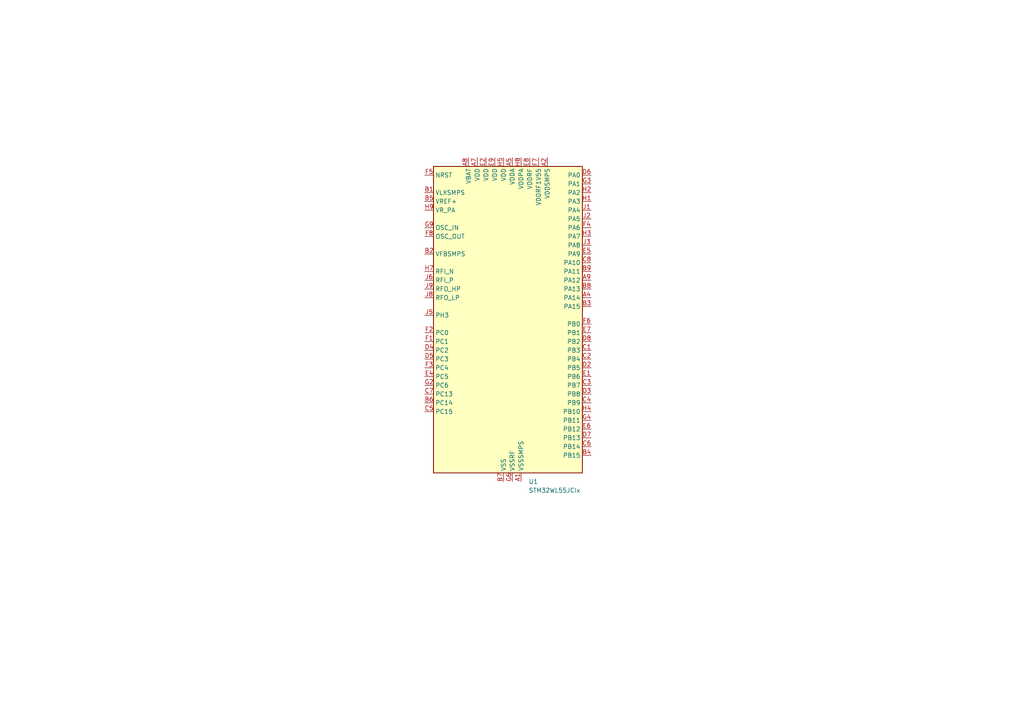
<source format=kicad_sch>
(kicad_sch (version 20231120) (generator "eeschema") (generator_version "8.0")
  (paper "A4")
  (lib_symbols
    (symbol "MCU_ST_STM32WL:STM32WL55JCIx"
      (property "Reference" "U" (at -20.32 46.99 0))
      (property "Value" "STM32WL55JCIx" (at 15.24 46.99 0))
      (symbol "STM32WL55JCIx_0_1"
        (rectangle (start -20.32 -43.18) (end 22.86 45.72) (stroke (width 0.254)) (fill (type background)))
      )
      (symbol "STM32WL55JCIx_1_1"
        (pin power_in line (at 5.08 -45.72 90) (length 2.54) (name "VSSSMPS") (number "A1"))
        (pin power_in line (at 12.7 48.26 270) (length 2.54) (name "VDDSMPS") (number "A2"))
        (pin bidirectional line (at 25.4 7.62 180) (length 2.54) (name "PA14") (number "A4"))
        (pin power_in line (at 2.54 48.26 270) (length 2.54) (name "VDDA") (number "A5"))
        (pin power_in line (at -7.62 48.26 270) (length 2.54) (name "VDD") (number "A7"))
        (pin power_in line (at -10.16 48.26 270) (length 2.54) (name "VBAT") (number "A8"))
        (pin bidirectional line (at 25.4 12.7 180) (length 2.54) (name "PA12") (number "A9"))
        (pin power_in line (at -22.86 38.1 0) (length 2.54) (name "VLXSMPS") (number "B1"))
        (pin input line (at -22.86 20.32 0) (length 2.54) (name "VFBSMPS") (number "B2"))
        (pin bidirectional line (at 25.4 5.08 180) (length 2.54) (name "PA15") (number "B3"))
        (pin bidirectional line (at 25.4 -38.1 180) (length 2.54) (name "PB15") (number "B4"))
        (pin input line (at -22.86 35.56 0) (length 2.54) (name "VREF+") (number "B5"))
        (pin bidirectional line (at -22.86 -22.86 0) (length 2.54) (name "PC14") (number "B6"))
        (pin power_in line (at 0 -45.72 90) (length 2.54) (name "VSS") (number "B7"))
        (pin bidirectional line (at 25.4 10.16 180) (length 2.54) (name "PA13") (number "B8"))
        (pin bidirectional line (at 25.4 15.24 180) (length 2.54) (name "PA11") (number "B9"))
        (pin bidirectional line (at 25.4 -7.62 180) (length 2.54) (name "PB3") (number "C1"))
        (pin bidirectional line (at 25.4 -10.16 180) (length 2.54) (name "PB4") (number "C2"))
        (pin bidirectional line (at 25.4 -17.78 180) (length 2.54) (name "PB7") (number "C3"))
        (pin bidirectional line (at 25.4 -22.86 180) (length 2.54) (name "PB9") (number "C4"))
        (pin bidirectional line (at -22.86 -25.4 0) (length 2.54) (name "PC15") (number "C5"))
        (pin bidirectional line (at 25.4 -35.56 180) (length 2.54) (name "PB14") (number "C6"))
        (pin bidirectional line (at -22.86 -20.32 0) (length 2.54) (name "PC13") (number "C7"))
        (pin bidirectional line (at 25.4 17.78 180) (length 2.54) (name "PA10") (number "C8"))
        (pin bidirectional line (at 25.4 -12.7 180) (length 2.54) (name "PB5") (number "D2"))
        (pin bidirectional line (at 25.4 -20.32 180) (length 2.54) (name "PB8") (number "D3"))
        (pin bidirectional line (at -22.86 -7.62 0) (length 2.54) (name "PC2") (number "D4"))
        (pin bidirectional line (at -22.86 -10.16 0) (length 2.54) (name "PC3") (number "D5"))
        (pin bidirectional line (at 25.4 43.18 180) (length 2.54) (name "PA0") (number "D6"))
        (pin bidirectional line (at 25.4 -33.02 180) (length 2.54) (name "PB13") (number "D7"))
        (pin bidirectional line (at 25.4 -5.08 180) (length 2.54) (name "PB2") (number "D8"))
        (pin passive line (at 0 -45.72 90) (length 2.54) hide (name "VSS") (number "D9"))
        (pin bidirectional line (at 25.4 -15.24 180) (length 2.54) (name "PB6") (number "E1"))
        (pin power_in line (at -5.08 48.26 270) (length 2.54) (name "VDD") (number "E2"))
        (pin passive line (at 0 -45.72 90) (length 2.54) hide (name "VSS") (number "E3"))
        (pin bidirectional line (at -22.86 -15.24 0) (length 2.54) (name "PC5") (number "E4"))
        (pin bidirectional line (at 25.4 20.32 180) (length 2.54) (name "PA9") (number "E5"))
        (pin bidirectional line (at 25.4 -30.48 180) (length 2.54) (name "PB12") (number "E6"))
        (pin bidirectional line (at 25.4 -2.54 180) (length 2.54) (name "PB1") (number "E7"))
        (pin power_in line (at 7.62 48.26 270) (length 2.54) (name "VDDRF") (number "E8"))
        (pin power_in line (at -2.54 48.26 270) (length 2.54) (name "VDD") (number "E9"))
        (pin bidirectional line (at -22.86 -5.08 0) (length 2.54) (name "PC1") (number "F1"))
        (pin bidirectional line (at -22.86 -2.54 0) (length 2.54) (name "PC0") (number "F2"))
        (pin bidirectional line (at -22.86 -12.7 0) (length 2.54) (name "PC4") (number "F3"))
        (pin bidirectional line (at 25.4 27.94 180) (length 2.54) (name "PA6") (number "F4"))
        (pin input line (at -22.86 43.18 0) (length 2.54) (name "NRST") (number "F5"))
        (pin bidirectional line (at 25.4 0 180) (length 2.54) (name "PB0") (number "F6"))
        (pin power_in line (at 10.16 48.26 270) (length 2.54) (name "VDDRF1V55") (number "F7"))
        (pin input line (at -22.86 25.4 0) (length 2.54) (name "OSC_OUT") (number "F8"))
        (pin bidirectional line (at -22.86 -17.78 0) (length 2.54) (name "PC6") (number "G2"))
        (pin bidirectional line (at 25.4 40.64 180) (length 2.54) (name "PA1") (number "G3"))
        (pin bidirectional line (at 25.4 -27.94 180) (length 2.54) (name "PB11") (number "G4"))
        (pin passive line (at 0 -45.72 90) (length 2.54) hide (name "VSS") (number "G5"))
        (pin power_in line (at 2.54 -45.72 90) (length 2.54) (name "VSSRF") (number "G6"))
        (pin passive line (at 2.54 -45.72 90) (length 2.54) hide (name "VSSRF") (number "G7"))
        (pin passive line (at 2.54 -45.72 90) (length 2.54) hide (name "VSSRF") (number "G8"))
        (pin input line (at -22.86 27.94 0) (length 2.54) (name "OSC_IN") (number "G9"))
        (pin bidirectional line (at 25.4 35.56 180) (length 2.54) (name "PA3") (number "H1"))
        (pin bidirectional line (at 25.4 38.1 180) (length 2.54) (name "PA2") (number "H2"))
        (pin bidirectional line (at 25.4 25.4 180) (length 2.54) (name "PA7") (number "H3"))
        (pin bidirectional line (at 25.4 -25.4 180) (length 2.54) (name "PB10") (number "H4"))
        (pin power_in line (at 0 48.26 270) (length 2.54) (name "VDD") (number "H5"))
        (pin passive line (at 2.54 -45.72 90) (length 2.54) hide (name "VSSRF") (number "H6"))
        (pin bidirectional line (at -22.86 15.24 0) (length 2.54) (name "RFI_N") (number "H7"))
        (pin power_in line (at 5.08 48.26 270) (length 2.54) (name "VDDPA") (number "H8"))
        (pin power_in line (at -22.86 33.02 0) (length 2.54) (name "VR_PA") (number "H9"))
        (pin bidirectional line (at 25.4 33.02 180) (length 2.54) (name "PA4") (number "J1"))
        (pin bidirectional line (at 25.4 30.48 180) (length 2.54) (name "PA5") (number "J2"))
        (pin bidirectional line (at 25.4 22.86 180) (length 2.54) (name "PA8") (number "J3"))
        (pin bidirectional line (at -22.86 2.54 0) (length 2.54) (name "PH3") (number "J5"))
        (pin bidirectional line (at -22.86 12.7 0) (length 2.54) (name "RFI_P") (number "J6"))
        (pin bidirectional line (at -22.86 7.62 0) (length 2.54) (name "RFO_LP") (number "J8"))
        (pin bidirectional line (at -22.86 10.16 0) (length 2.54) (name "RFO_HP") (number "J9"))
      )
    )
  )
  (symbol (lib_id "MCU_ST_STM32WL:STM32WL55JCIx") (at 146.05 93.98 0) (unit 1)
    (property "Reference" "U1" (at 153.3241 139.7 0) (effects (justify left)))
    (property "Value" "STM32WL55JCIx" (at 153.3241 142.24 0) (effects (justify left)))
    (property "Footprint" "Package_BGA:ST_UFBGA-73_5x5mm_Layout9x9_P0.5mm" (effects (hide yes)))
    (property "Datasheet" "https://www.st.com/resource/en/datasheet/stm32wl55jc.pdf" (effects (hide yes)))
    (property "Description" "STMicroelectronics Arm Cortex-M4 MCU, 256KB flash, 64KB RAM, 48 MHz, 1.8-3.6V, 43 GPIO, UFBGA73" (effects (hide yes)))
  )
)
</source>
